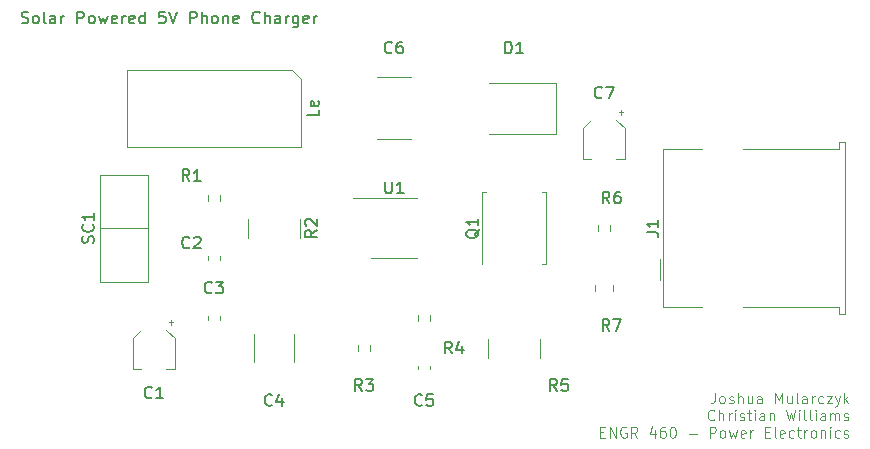
<source format=gbr>
%TF.GenerationSoftware,KiCad,Pcbnew,(6.0.4)*%
%TF.CreationDate,2022-04-25T19:14:18-07:00*%
%TF.ProjectId,SolarChargerV2,536f6c61-7243-4686-9172-67657256322e,rev?*%
%TF.SameCoordinates,Original*%
%TF.FileFunction,Legend,Top*%
%TF.FilePolarity,Positive*%
%FSLAX46Y46*%
G04 Gerber Fmt 4.6, Leading zero omitted, Abs format (unit mm)*
G04 Created by KiCad (PCBNEW (6.0.4)) date 2022-04-25 19:14:18*
%MOMM*%
%LPD*%
G01*
G04 APERTURE LIST*
%ADD10C,0.125000*%
%ADD11C,0.150000*%
%ADD12C,0.120000*%
G04 APERTURE END LIST*
D10*
X154168035Y-85053142D02*
X154168035Y-85696000D01*
X154125178Y-85824571D01*
X154039464Y-85910285D01*
X153910892Y-85953142D01*
X153825178Y-85953142D01*
X154725178Y-85953142D02*
X154639464Y-85910285D01*
X154596607Y-85867428D01*
X154553750Y-85781714D01*
X154553750Y-85524571D01*
X154596607Y-85438857D01*
X154639464Y-85396000D01*
X154725178Y-85353142D01*
X154853750Y-85353142D01*
X154939464Y-85396000D01*
X154982321Y-85438857D01*
X155025178Y-85524571D01*
X155025178Y-85781714D01*
X154982321Y-85867428D01*
X154939464Y-85910285D01*
X154853750Y-85953142D01*
X154725178Y-85953142D01*
X155368035Y-85910285D02*
X155453750Y-85953142D01*
X155625178Y-85953142D01*
X155710892Y-85910285D01*
X155753750Y-85824571D01*
X155753750Y-85781714D01*
X155710892Y-85696000D01*
X155625178Y-85653142D01*
X155496607Y-85653142D01*
X155410892Y-85610285D01*
X155368035Y-85524571D01*
X155368035Y-85481714D01*
X155410892Y-85396000D01*
X155496607Y-85353142D01*
X155625178Y-85353142D01*
X155710892Y-85396000D01*
X156139464Y-85953142D02*
X156139464Y-85053142D01*
X156525178Y-85953142D02*
X156525178Y-85481714D01*
X156482321Y-85396000D01*
X156396607Y-85353142D01*
X156268035Y-85353142D01*
X156182321Y-85396000D01*
X156139464Y-85438857D01*
X157339464Y-85353142D02*
X157339464Y-85953142D01*
X156953750Y-85353142D02*
X156953750Y-85824571D01*
X156996607Y-85910285D01*
X157082321Y-85953142D01*
X157210892Y-85953142D01*
X157296607Y-85910285D01*
X157339464Y-85867428D01*
X158153750Y-85953142D02*
X158153750Y-85481714D01*
X158110892Y-85396000D01*
X158025178Y-85353142D01*
X157853750Y-85353142D01*
X157768035Y-85396000D01*
X158153750Y-85910285D02*
X158068035Y-85953142D01*
X157853750Y-85953142D01*
X157768035Y-85910285D01*
X157725178Y-85824571D01*
X157725178Y-85738857D01*
X157768035Y-85653142D01*
X157853750Y-85610285D01*
X158068035Y-85610285D01*
X158153750Y-85567428D01*
X159268035Y-85953142D02*
X159268035Y-85053142D01*
X159568035Y-85696000D01*
X159868035Y-85053142D01*
X159868035Y-85953142D01*
X160682321Y-85353142D02*
X160682321Y-85953142D01*
X160296607Y-85353142D02*
X160296607Y-85824571D01*
X160339464Y-85910285D01*
X160425178Y-85953142D01*
X160553750Y-85953142D01*
X160639464Y-85910285D01*
X160682321Y-85867428D01*
X161239464Y-85953142D02*
X161153750Y-85910285D01*
X161110892Y-85824571D01*
X161110892Y-85053142D01*
X161968035Y-85953142D02*
X161968035Y-85481714D01*
X161925178Y-85396000D01*
X161839464Y-85353142D01*
X161668035Y-85353142D01*
X161582321Y-85396000D01*
X161968035Y-85910285D02*
X161882321Y-85953142D01*
X161668035Y-85953142D01*
X161582321Y-85910285D01*
X161539464Y-85824571D01*
X161539464Y-85738857D01*
X161582321Y-85653142D01*
X161668035Y-85610285D01*
X161882321Y-85610285D01*
X161968035Y-85567428D01*
X162396607Y-85953142D02*
X162396607Y-85353142D01*
X162396607Y-85524571D02*
X162439464Y-85438857D01*
X162482321Y-85396000D01*
X162568035Y-85353142D01*
X162653750Y-85353142D01*
X163339464Y-85910285D02*
X163253750Y-85953142D01*
X163082321Y-85953142D01*
X162996607Y-85910285D01*
X162953750Y-85867428D01*
X162910892Y-85781714D01*
X162910892Y-85524571D01*
X162953750Y-85438857D01*
X162996607Y-85396000D01*
X163082321Y-85353142D01*
X163253750Y-85353142D01*
X163339464Y-85396000D01*
X163639464Y-85353142D02*
X164110892Y-85353142D01*
X163639464Y-85953142D01*
X164110892Y-85953142D01*
X164368035Y-85353142D02*
X164582321Y-85953142D01*
X164796607Y-85353142D02*
X164582321Y-85953142D01*
X164496607Y-86167428D01*
X164453750Y-86210285D01*
X164368035Y-86253142D01*
X165139464Y-85953142D02*
X165139464Y-85053142D01*
X165225178Y-85610285D02*
X165482321Y-85953142D01*
X165482321Y-85353142D02*
X165139464Y-85696000D01*
X154125178Y-87316428D02*
X154082321Y-87359285D01*
X153953750Y-87402142D01*
X153868035Y-87402142D01*
X153739464Y-87359285D01*
X153653750Y-87273571D01*
X153610892Y-87187857D01*
X153568035Y-87016428D01*
X153568035Y-86887857D01*
X153610892Y-86716428D01*
X153653750Y-86630714D01*
X153739464Y-86545000D01*
X153868035Y-86502142D01*
X153953750Y-86502142D01*
X154082321Y-86545000D01*
X154125178Y-86587857D01*
X154510892Y-87402142D02*
X154510892Y-86502142D01*
X154896607Y-87402142D02*
X154896607Y-86930714D01*
X154853750Y-86845000D01*
X154768035Y-86802142D01*
X154639464Y-86802142D01*
X154553750Y-86845000D01*
X154510892Y-86887857D01*
X155325178Y-87402142D02*
X155325178Y-86802142D01*
X155325178Y-86973571D02*
X155368035Y-86887857D01*
X155410892Y-86845000D01*
X155496607Y-86802142D01*
X155582321Y-86802142D01*
X155882321Y-87402142D02*
X155882321Y-86802142D01*
X155882321Y-86502142D02*
X155839464Y-86545000D01*
X155882321Y-86587857D01*
X155925178Y-86545000D01*
X155882321Y-86502142D01*
X155882321Y-86587857D01*
X156268035Y-87359285D02*
X156353750Y-87402142D01*
X156525178Y-87402142D01*
X156610892Y-87359285D01*
X156653750Y-87273571D01*
X156653750Y-87230714D01*
X156610892Y-87145000D01*
X156525178Y-87102142D01*
X156396607Y-87102142D01*
X156310892Y-87059285D01*
X156268035Y-86973571D01*
X156268035Y-86930714D01*
X156310892Y-86845000D01*
X156396607Y-86802142D01*
X156525178Y-86802142D01*
X156610892Y-86845000D01*
X156910892Y-86802142D02*
X157253750Y-86802142D01*
X157039464Y-86502142D02*
X157039464Y-87273571D01*
X157082321Y-87359285D01*
X157168035Y-87402142D01*
X157253750Y-87402142D01*
X157553750Y-87402142D02*
X157553750Y-86802142D01*
X157553750Y-86502142D02*
X157510892Y-86545000D01*
X157553750Y-86587857D01*
X157596607Y-86545000D01*
X157553750Y-86502142D01*
X157553750Y-86587857D01*
X158368035Y-87402142D02*
X158368035Y-86930714D01*
X158325178Y-86845000D01*
X158239464Y-86802142D01*
X158068035Y-86802142D01*
X157982321Y-86845000D01*
X158368035Y-87359285D02*
X158282321Y-87402142D01*
X158068035Y-87402142D01*
X157982321Y-87359285D01*
X157939464Y-87273571D01*
X157939464Y-87187857D01*
X157982321Y-87102142D01*
X158068035Y-87059285D01*
X158282321Y-87059285D01*
X158368035Y-87016428D01*
X158796607Y-86802142D02*
X158796607Y-87402142D01*
X158796607Y-86887857D02*
X158839464Y-86845000D01*
X158925178Y-86802142D01*
X159053750Y-86802142D01*
X159139464Y-86845000D01*
X159182321Y-86930714D01*
X159182321Y-87402142D01*
X160210892Y-86502142D02*
X160425178Y-87402142D01*
X160596607Y-86759285D01*
X160768035Y-87402142D01*
X160982321Y-86502142D01*
X161325178Y-87402142D02*
X161325178Y-86802142D01*
X161325178Y-86502142D02*
X161282321Y-86545000D01*
X161325178Y-86587857D01*
X161368035Y-86545000D01*
X161325178Y-86502142D01*
X161325178Y-86587857D01*
X161882321Y-87402142D02*
X161796607Y-87359285D01*
X161753750Y-87273571D01*
X161753750Y-86502142D01*
X162353750Y-87402142D02*
X162268035Y-87359285D01*
X162225178Y-87273571D01*
X162225178Y-86502142D01*
X162696607Y-87402142D02*
X162696607Y-86802142D01*
X162696607Y-86502142D02*
X162653750Y-86545000D01*
X162696607Y-86587857D01*
X162739464Y-86545000D01*
X162696607Y-86502142D01*
X162696607Y-86587857D01*
X163510892Y-87402142D02*
X163510892Y-86930714D01*
X163468035Y-86845000D01*
X163382321Y-86802142D01*
X163210892Y-86802142D01*
X163125178Y-86845000D01*
X163510892Y-87359285D02*
X163425178Y-87402142D01*
X163210892Y-87402142D01*
X163125178Y-87359285D01*
X163082321Y-87273571D01*
X163082321Y-87187857D01*
X163125178Y-87102142D01*
X163210892Y-87059285D01*
X163425178Y-87059285D01*
X163510892Y-87016428D01*
X163939464Y-87402142D02*
X163939464Y-86802142D01*
X163939464Y-86887857D02*
X163982321Y-86845000D01*
X164068035Y-86802142D01*
X164196607Y-86802142D01*
X164282321Y-86845000D01*
X164325178Y-86930714D01*
X164325178Y-87402142D01*
X164325178Y-86930714D02*
X164368035Y-86845000D01*
X164453750Y-86802142D01*
X164582321Y-86802142D01*
X164668035Y-86845000D01*
X164710892Y-86930714D01*
X164710892Y-87402142D01*
X165096607Y-87359285D02*
X165182321Y-87402142D01*
X165353750Y-87402142D01*
X165439464Y-87359285D01*
X165482321Y-87273571D01*
X165482321Y-87230714D01*
X165439464Y-87145000D01*
X165353750Y-87102142D01*
X165225178Y-87102142D01*
X165139464Y-87059285D01*
X165096607Y-86973571D01*
X165096607Y-86930714D01*
X165139464Y-86845000D01*
X165225178Y-86802142D01*
X165353750Y-86802142D01*
X165439464Y-86845000D01*
X144439464Y-88379714D02*
X144739464Y-88379714D01*
X144868035Y-88851142D02*
X144439464Y-88851142D01*
X144439464Y-87951142D01*
X144868035Y-87951142D01*
X145253750Y-88851142D02*
X145253750Y-87951142D01*
X145768035Y-88851142D01*
X145768035Y-87951142D01*
X146668035Y-87994000D02*
X146582321Y-87951142D01*
X146453750Y-87951142D01*
X146325178Y-87994000D01*
X146239464Y-88079714D01*
X146196607Y-88165428D01*
X146153750Y-88336857D01*
X146153750Y-88465428D01*
X146196607Y-88636857D01*
X146239464Y-88722571D01*
X146325178Y-88808285D01*
X146453750Y-88851142D01*
X146539464Y-88851142D01*
X146668035Y-88808285D01*
X146710892Y-88765428D01*
X146710892Y-88465428D01*
X146539464Y-88465428D01*
X147610892Y-88851142D02*
X147310892Y-88422571D01*
X147096607Y-88851142D02*
X147096607Y-87951142D01*
X147439464Y-87951142D01*
X147525178Y-87994000D01*
X147568035Y-88036857D01*
X147610892Y-88122571D01*
X147610892Y-88251142D01*
X147568035Y-88336857D01*
X147525178Y-88379714D01*
X147439464Y-88422571D01*
X147096607Y-88422571D01*
X149068035Y-88251142D02*
X149068035Y-88851142D01*
X148853750Y-87908285D02*
X148639464Y-88551142D01*
X149196607Y-88551142D01*
X149925178Y-87951142D02*
X149753750Y-87951142D01*
X149668035Y-87994000D01*
X149625178Y-88036857D01*
X149539464Y-88165428D01*
X149496607Y-88336857D01*
X149496607Y-88679714D01*
X149539464Y-88765428D01*
X149582321Y-88808285D01*
X149668035Y-88851142D01*
X149839464Y-88851142D01*
X149925178Y-88808285D01*
X149968035Y-88765428D01*
X150010892Y-88679714D01*
X150010892Y-88465428D01*
X149968035Y-88379714D01*
X149925178Y-88336857D01*
X149839464Y-88294000D01*
X149668035Y-88294000D01*
X149582321Y-88336857D01*
X149539464Y-88379714D01*
X149496607Y-88465428D01*
X150568035Y-87951142D02*
X150653750Y-87951142D01*
X150739464Y-87994000D01*
X150782321Y-88036857D01*
X150825178Y-88122571D01*
X150868035Y-88294000D01*
X150868035Y-88508285D01*
X150825178Y-88679714D01*
X150782321Y-88765428D01*
X150739464Y-88808285D01*
X150653750Y-88851142D01*
X150568035Y-88851142D01*
X150482321Y-88808285D01*
X150439464Y-88765428D01*
X150396607Y-88679714D01*
X150353750Y-88508285D01*
X150353750Y-88294000D01*
X150396607Y-88122571D01*
X150439464Y-88036857D01*
X150482321Y-87994000D01*
X150568035Y-87951142D01*
X151939464Y-88508285D02*
X152625178Y-88508285D01*
X153739464Y-88851142D02*
X153739464Y-87951142D01*
X154082321Y-87951142D01*
X154168035Y-87994000D01*
X154210892Y-88036857D01*
X154253750Y-88122571D01*
X154253750Y-88251142D01*
X154210892Y-88336857D01*
X154168035Y-88379714D01*
X154082321Y-88422571D01*
X153739464Y-88422571D01*
X154768035Y-88851142D02*
X154682321Y-88808285D01*
X154639464Y-88765428D01*
X154596607Y-88679714D01*
X154596607Y-88422571D01*
X154639464Y-88336857D01*
X154682321Y-88294000D01*
X154768035Y-88251142D01*
X154896607Y-88251142D01*
X154982321Y-88294000D01*
X155025178Y-88336857D01*
X155068035Y-88422571D01*
X155068035Y-88679714D01*
X155025178Y-88765428D01*
X154982321Y-88808285D01*
X154896607Y-88851142D01*
X154768035Y-88851142D01*
X155368035Y-88251142D02*
X155539464Y-88851142D01*
X155710892Y-88422571D01*
X155882321Y-88851142D01*
X156053750Y-88251142D01*
X156739464Y-88808285D02*
X156653750Y-88851142D01*
X156482321Y-88851142D01*
X156396607Y-88808285D01*
X156353750Y-88722571D01*
X156353750Y-88379714D01*
X156396607Y-88294000D01*
X156482321Y-88251142D01*
X156653750Y-88251142D01*
X156739464Y-88294000D01*
X156782321Y-88379714D01*
X156782321Y-88465428D01*
X156353750Y-88551142D01*
X157168035Y-88851142D02*
X157168035Y-88251142D01*
X157168035Y-88422571D02*
X157210892Y-88336857D01*
X157253750Y-88294000D01*
X157339464Y-88251142D01*
X157425178Y-88251142D01*
X158410892Y-88379714D02*
X158710892Y-88379714D01*
X158839464Y-88851142D02*
X158410892Y-88851142D01*
X158410892Y-87951142D01*
X158839464Y-87951142D01*
X159353750Y-88851142D02*
X159268035Y-88808285D01*
X159225178Y-88722571D01*
X159225178Y-87951142D01*
X160039464Y-88808285D02*
X159953750Y-88851142D01*
X159782321Y-88851142D01*
X159696607Y-88808285D01*
X159653750Y-88722571D01*
X159653750Y-88379714D01*
X159696607Y-88294000D01*
X159782321Y-88251142D01*
X159953750Y-88251142D01*
X160039464Y-88294000D01*
X160082321Y-88379714D01*
X160082321Y-88465428D01*
X159653750Y-88551142D01*
X160853750Y-88808285D02*
X160768035Y-88851142D01*
X160596607Y-88851142D01*
X160510892Y-88808285D01*
X160468035Y-88765428D01*
X160425178Y-88679714D01*
X160425178Y-88422571D01*
X160468035Y-88336857D01*
X160510892Y-88294000D01*
X160596607Y-88251142D01*
X160768035Y-88251142D01*
X160853750Y-88294000D01*
X161110892Y-88251142D02*
X161453750Y-88251142D01*
X161239464Y-87951142D02*
X161239464Y-88722571D01*
X161282321Y-88808285D01*
X161368035Y-88851142D01*
X161453750Y-88851142D01*
X161753750Y-88851142D02*
X161753750Y-88251142D01*
X161753750Y-88422571D02*
X161796607Y-88336857D01*
X161839464Y-88294000D01*
X161925178Y-88251142D01*
X162010892Y-88251142D01*
X162439464Y-88851142D02*
X162353750Y-88808285D01*
X162310892Y-88765428D01*
X162268035Y-88679714D01*
X162268035Y-88422571D01*
X162310892Y-88336857D01*
X162353750Y-88294000D01*
X162439464Y-88251142D01*
X162568035Y-88251142D01*
X162653750Y-88294000D01*
X162696607Y-88336857D01*
X162739464Y-88422571D01*
X162739464Y-88679714D01*
X162696607Y-88765428D01*
X162653750Y-88808285D01*
X162568035Y-88851142D01*
X162439464Y-88851142D01*
X163125178Y-88251142D02*
X163125178Y-88851142D01*
X163125178Y-88336857D02*
X163168035Y-88294000D01*
X163253750Y-88251142D01*
X163382321Y-88251142D01*
X163468035Y-88294000D01*
X163510892Y-88379714D01*
X163510892Y-88851142D01*
X163939464Y-88851142D02*
X163939464Y-88251142D01*
X163939464Y-87951142D02*
X163896607Y-87994000D01*
X163939464Y-88036857D01*
X163982321Y-87994000D01*
X163939464Y-87951142D01*
X163939464Y-88036857D01*
X164753750Y-88808285D02*
X164668035Y-88851142D01*
X164496607Y-88851142D01*
X164410892Y-88808285D01*
X164368035Y-88765428D01*
X164325178Y-88679714D01*
X164325178Y-88422571D01*
X164368035Y-88336857D01*
X164410892Y-88294000D01*
X164496607Y-88251142D01*
X164668035Y-88251142D01*
X164753750Y-88294000D01*
X165096607Y-88808285D02*
X165182321Y-88851142D01*
X165353750Y-88851142D01*
X165439464Y-88808285D01*
X165482321Y-88722571D01*
X165482321Y-88679714D01*
X165439464Y-88594000D01*
X165353750Y-88551142D01*
X165225178Y-88551142D01*
X165139464Y-88508285D01*
X165096607Y-88422571D01*
X165096607Y-88379714D01*
X165139464Y-88294000D01*
X165225178Y-88251142D01*
X165353750Y-88251142D01*
X165439464Y-88294000D01*
D11*
X95473809Y-53744761D02*
X95616666Y-53792380D01*
X95854761Y-53792380D01*
X95950000Y-53744761D01*
X95997619Y-53697142D01*
X96045238Y-53601904D01*
X96045238Y-53506666D01*
X95997619Y-53411428D01*
X95950000Y-53363809D01*
X95854761Y-53316190D01*
X95664285Y-53268571D01*
X95569047Y-53220952D01*
X95521428Y-53173333D01*
X95473809Y-53078095D01*
X95473809Y-52982857D01*
X95521428Y-52887619D01*
X95569047Y-52840000D01*
X95664285Y-52792380D01*
X95902380Y-52792380D01*
X96045238Y-52840000D01*
X96616666Y-53792380D02*
X96521428Y-53744761D01*
X96473809Y-53697142D01*
X96426190Y-53601904D01*
X96426190Y-53316190D01*
X96473809Y-53220952D01*
X96521428Y-53173333D01*
X96616666Y-53125714D01*
X96759523Y-53125714D01*
X96854761Y-53173333D01*
X96902380Y-53220952D01*
X96950000Y-53316190D01*
X96950000Y-53601904D01*
X96902380Y-53697142D01*
X96854761Y-53744761D01*
X96759523Y-53792380D01*
X96616666Y-53792380D01*
X97521428Y-53792380D02*
X97426190Y-53744761D01*
X97378571Y-53649523D01*
X97378571Y-52792380D01*
X98330952Y-53792380D02*
X98330952Y-53268571D01*
X98283333Y-53173333D01*
X98188095Y-53125714D01*
X97997619Y-53125714D01*
X97902380Y-53173333D01*
X98330952Y-53744761D02*
X98235714Y-53792380D01*
X97997619Y-53792380D01*
X97902380Y-53744761D01*
X97854761Y-53649523D01*
X97854761Y-53554285D01*
X97902380Y-53459047D01*
X97997619Y-53411428D01*
X98235714Y-53411428D01*
X98330952Y-53363809D01*
X98807142Y-53792380D02*
X98807142Y-53125714D01*
X98807142Y-53316190D02*
X98854761Y-53220952D01*
X98902380Y-53173333D01*
X98997619Y-53125714D01*
X99092857Y-53125714D01*
X100188095Y-53792380D02*
X100188095Y-52792380D01*
X100569047Y-52792380D01*
X100664285Y-52840000D01*
X100711904Y-52887619D01*
X100759523Y-52982857D01*
X100759523Y-53125714D01*
X100711904Y-53220952D01*
X100664285Y-53268571D01*
X100569047Y-53316190D01*
X100188095Y-53316190D01*
X101330952Y-53792380D02*
X101235714Y-53744761D01*
X101188095Y-53697142D01*
X101140476Y-53601904D01*
X101140476Y-53316190D01*
X101188095Y-53220952D01*
X101235714Y-53173333D01*
X101330952Y-53125714D01*
X101473809Y-53125714D01*
X101569047Y-53173333D01*
X101616666Y-53220952D01*
X101664285Y-53316190D01*
X101664285Y-53601904D01*
X101616666Y-53697142D01*
X101569047Y-53744761D01*
X101473809Y-53792380D01*
X101330952Y-53792380D01*
X101997619Y-53125714D02*
X102188095Y-53792380D01*
X102378571Y-53316190D01*
X102569047Y-53792380D01*
X102759523Y-53125714D01*
X103521428Y-53744761D02*
X103426190Y-53792380D01*
X103235714Y-53792380D01*
X103140476Y-53744761D01*
X103092857Y-53649523D01*
X103092857Y-53268571D01*
X103140476Y-53173333D01*
X103235714Y-53125714D01*
X103426190Y-53125714D01*
X103521428Y-53173333D01*
X103569047Y-53268571D01*
X103569047Y-53363809D01*
X103092857Y-53459047D01*
X103997619Y-53792380D02*
X103997619Y-53125714D01*
X103997619Y-53316190D02*
X104045238Y-53220952D01*
X104092857Y-53173333D01*
X104188095Y-53125714D01*
X104283333Y-53125714D01*
X104997619Y-53744761D02*
X104902380Y-53792380D01*
X104711904Y-53792380D01*
X104616666Y-53744761D01*
X104569047Y-53649523D01*
X104569047Y-53268571D01*
X104616666Y-53173333D01*
X104711904Y-53125714D01*
X104902380Y-53125714D01*
X104997619Y-53173333D01*
X105045238Y-53268571D01*
X105045238Y-53363809D01*
X104569047Y-53459047D01*
X105902380Y-53792380D02*
X105902380Y-52792380D01*
X105902380Y-53744761D02*
X105807142Y-53792380D01*
X105616666Y-53792380D01*
X105521428Y-53744761D01*
X105473809Y-53697142D01*
X105426190Y-53601904D01*
X105426190Y-53316190D01*
X105473809Y-53220952D01*
X105521428Y-53173333D01*
X105616666Y-53125714D01*
X105807142Y-53125714D01*
X105902380Y-53173333D01*
X107616666Y-52792380D02*
X107140476Y-52792380D01*
X107092857Y-53268571D01*
X107140476Y-53220952D01*
X107235714Y-53173333D01*
X107473809Y-53173333D01*
X107569047Y-53220952D01*
X107616666Y-53268571D01*
X107664285Y-53363809D01*
X107664285Y-53601904D01*
X107616666Y-53697142D01*
X107569047Y-53744761D01*
X107473809Y-53792380D01*
X107235714Y-53792380D01*
X107140476Y-53744761D01*
X107092857Y-53697142D01*
X107950000Y-52792380D02*
X108283333Y-53792380D01*
X108616666Y-52792380D01*
X109711904Y-53792380D02*
X109711904Y-52792380D01*
X110092857Y-52792380D01*
X110188095Y-52840000D01*
X110235714Y-52887619D01*
X110283333Y-52982857D01*
X110283333Y-53125714D01*
X110235714Y-53220952D01*
X110188095Y-53268571D01*
X110092857Y-53316190D01*
X109711904Y-53316190D01*
X110711904Y-53792380D02*
X110711904Y-52792380D01*
X111140476Y-53792380D02*
X111140476Y-53268571D01*
X111092857Y-53173333D01*
X110997619Y-53125714D01*
X110854761Y-53125714D01*
X110759523Y-53173333D01*
X110711904Y-53220952D01*
X111759523Y-53792380D02*
X111664285Y-53744761D01*
X111616666Y-53697142D01*
X111569047Y-53601904D01*
X111569047Y-53316190D01*
X111616666Y-53220952D01*
X111664285Y-53173333D01*
X111759523Y-53125714D01*
X111902380Y-53125714D01*
X111997619Y-53173333D01*
X112045238Y-53220952D01*
X112092857Y-53316190D01*
X112092857Y-53601904D01*
X112045238Y-53697142D01*
X111997619Y-53744761D01*
X111902380Y-53792380D01*
X111759523Y-53792380D01*
X112521428Y-53125714D02*
X112521428Y-53792380D01*
X112521428Y-53220952D02*
X112569047Y-53173333D01*
X112664285Y-53125714D01*
X112807142Y-53125714D01*
X112902380Y-53173333D01*
X112950000Y-53268571D01*
X112950000Y-53792380D01*
X113807142Y-53744761D02*
X113711904Y-53792380D01*
X113521428Y-53792380D01*
X113426190Y-53744761D01*
X113378571Y-53649523D01*
X113378571Y-53268571D01*
X113426190Y-53173333D01*
X113521428Y-53125714D01*
X113711904Y-53125714D01*
X113807142Y-53173333D01*
X113854761Y-53268571D01*
X113854761Y-53363809D01*
X113378571Y-53459047D01*
X115616666Y-53697142D02*
X115569047Y-53744761D01*
X115426190Y-53792380D01*
X115330952Y-53792380D01*
X115188095Y-53744761D01*
X115092857Y-53649523D01*
X115045238Y-53554285D01*
X114997619Y-53363809D01*
X114997619Y-53220952D01*
X115045238Y-53030476D01*
X115092857Y-52935238D01*
X115188095Y-52840000D01*
X115330952Y-52792380D01*
X115426190Y-52792380D01*
X115569047Y-52840000D01*
X115616666Y-52887619D01*
X116045238Y-53792380D02*
X116045238Y-52792380D01*
X116473809Y-53792380D02*
X116473809Y-53268571D01*
X116426190Y-53173333D01*
X116330952Y-53125714D01*
X116188095Y-53125714D01*
X116092857Y-53173333D01*
X116045238Y-53220952D01*
X117378571Y-53792380D02*
X117378571Y-53268571D01*
X117330952Y-53173333D01*
X117235714Y-53125714D01*
X117045238Y-53125714D01*
X116949999Y-53173333D01*
X117378571Y-53744761D02*
X117283333Y-53792380D01*
X117045238Y-53792380D01*
X116949999Y-53744761D01*
X116902380Y-53649523D01*
X116902380Y-53554285D01*
X116949999Y-53459047D01*
X117045238Y-53411428D01*
X117283333Y-53411428D01*
X117378571Y-53363809D01*
X117854761Y-53792380D02*
X117854761Y-53125714D01*
X117854761Y-53316190D02*
X117902380Y-53220952D01*
X117949999Y-53173333D01*
X118045238Y-53125714D01*
X118140476Y-53125714D01*
X118902380Y-53125714D02*
X118902380Y-53935238D01*
X118854761Y-54030476D01*
X118807142Y-54078095D01*
X118711904Y-54125714D01*
X118569047Y-54125714D01*
X118473809Y-54078095D01*
X118902380Y-53744761D02*
X118807142Y-53792380D01*
X118616666Y-53792380D01*
X118521428Y-53744761D01*
X118473809Y-53697142D01*
X118426190Y-53601904D01*
X118426190Y-53316190D01*
X118473809Y-53220952D01*
X118521428Y-53173333D01*
X118616666Y-53125714D01*
X118807142Y-53125714D01*
X118902380Y-53173333D01*
X119759523Y-53744761D02*
X119664285Y-53792380D01*
X119473809Y-53792380D01*
X119378571Y-53744761D01*
X119330952Y-53649523D01*
X119330952Y-53268571D01*
X119378571Y-53173333D01*
X119473809Y-53125714D01*
X119664285Y-53125714D01*
X119759523Y-53173333D01*
X119807142Y-53268571D01*
X119807142Y-53363809D01*
X119330952Y-53459047D01*
X120235714Y-53792380D02*
X120235714Y-53125714D01*
X120235714Y-53316190D02*
X120283333Y-53220952D01*
X120330952Y-53173333D01*
X120426190Y-53125714D01*
X120521428Y-53125714D01*
%TO.C,Le*%
X120612380Y-61079047D02*
X120612380Y-61555238D01*
X119612380Y-61555238D01*
X120564761Y-60364761D02*
X120612380Y-60460000D01*
X120612380Y-60650476D01*
X120564761Y-60745714D01*
X120469523Y-60793333D01*
X120088571Y-60793333D01*
X119993333Y-60745714D01*
X119945714Y-60650476D01*
X119945714Y-60460000D01*
X119993333Y-60364761D01*
X120088571Y-60317142D01*
X120183809Y-60317142D01*
X120279047Y-60793333D01*
%TO.C,C7*%
X144613333Y-60047142D02*
X144565714Y-60094761D01*
X144422857Y-60142380D01*
X144327619Y-60142380D01*
X144184761Y-60094761D01*
X144089523Y-59999523D01*
X144041904Y-59904285D01*
X143994285Y-59713809D01*
X143994285Y-59570952D01*
X144041904Y-59380476D01*
X144089523Y-59285238D01*
X144184761Y-59190000D01*
X144327619Y-59142380D01*
X144422857Y-59142380D01*
X144565714Y-59190000D01*
X144613333Y-59237619D01*
X144946666Y-59142380D02*
X145613333Y-59142380D01*
X145184761Y-60142380D01*
%TO.C,C1*%
X106513333Y-85447142D02*
X106465714Y-85494761D01*
X106322857Y-85542380D01*
X106227619Y-85542380D01*
X106084761Y-85494761D01*
X105989523Y-85399523D01*
X105941904Y-85304285D01*
X105894285Y-85113809D01*
X105894285Y-84970952D01*
X105941904Y-84780476D01*
X105989523Y-84685238D01*
X106084761Y-84590000D01*
X106227619Y-84542380D01*
X106322857Y-84542380D01*
X106465714Y-84590000D01*
X106513333Y-84637619D01*
X107465714Y-85542380D02*
X106894285Y-85542380D01*
X107180000Y-85542380D02*
X107180000Y-84542380D01*
X107084761Y-84685238D01*
X106989523Y-84780476D01*
X106894285Y-84828095D01*
%TO.C,C5*%
X129373333Y-86082142D02*
X129325714Y-86129761D01*
X129182857Y-86177380D01*
X129087619Y-86177380D01*
X128944761Y-86129761D01*
X128849523Y-86034523D01*
X128801904Y-85939285D01*
X128754285Y-85748809D01*
X128754285Y-85605952D01*
X128801904Y-85415476D01*
X128849523Y-85320238D01*
X128944761Y-85225000D01*
X129087619Y-85177380D01*
X129182857Y-85177380D01*
X129325714Y-85225000D01*
X129373333Y-85272619D01*
X130278095Y-85177380D02*
X129801904Y-85177380D01*
X129754285Y-85653571D01*
X129801904Y-85605952D01*
X129897142Y-85558333D01*
X130135238Y-85558333D01*
X130230476Y-85605952D01*
X130278095Y-85653571D01*
X130325714Y-85748809D01*
X130325714Y-85986904D01*
X130278095Y-86082142D01*
X130230476Y-86129761D01*
X130135238Y-86177380D01*
X129897142Y-86177380D01*
X129801904Y-86129761D01*
X129754285Y-86082142D01*
%TO.C,C3*%
X111593333Y-76557142D02*
X111545714Y-76604761D01*
X111402857Y-76652380D01*
X111307619Y-76652380D01*
X111164761Y-76604761D01*
X111069523Y-76509523D01*
X111021904Y-76414285D01*
X110974285Y-76223809D01*
X110974285Y-76080952D01*
X111021904Y-75890476D01*
X111069523Y-75795238D01*
X111164761Y-75700000D01*
X111307619Y-75652380D01*
X111402857Y-75652380D01*
X111545714Y-75700000D01*
X111593333Y-75747619D01*
X111926666Y-75652380D02*
X112545714Y-75652380D01*
X112212380Y-76033333D01*
X112355238Y-76033333D01*
X112450476Y-76080952D01*
X112498095Y-76128571D01*
X112545714Y-76223809D01*
X112545714Y-76461904D01*
X112498095Y-76557142D01*
X112450476Y-76604761D01*
X112355238Y-76652380D01*
X112069523Y-76652380D01*
X111974285Y-76604761D01*
X111926666Y-76557142D01*
%TO.C,C2*%
X109688333Y-72747142D02*
X109640714Y-72794761D01*
X109497857Y-72842380D01*
X109402619Y-72842380D01*
X109259761Y-72794761D01*
X109164523Y-72699523D01*
X109116904Y-72604285D01*
X109069285Y-72413809D01*
X109069285Y-72270952D01*
X109116904Y-72080476D01*
X109164523Y-71985238D01*
X109259761Y-71890000D01*
X109402619Y-71842380D01*
X109497857Y-71842380D01*
X109640714Y-71890000D01*
X109688333Y-71937619D01*
X110069285Y-71937619D02*
X110116904Y-71890000D01*
X110212142Y-71842380D01*
X110450238Y-71842380D01*
X110545476Y-71890000D01*
X110593095Y-71937619D01*
X110640714Y-72032857D01*
X110640714Y-72128095D01*
X110593095Y-72270952D01*
X110021666Y-72842380D01*
X110640714Y-72842380D01*
%TO.C,C4*%
X116673333Y-86082142D02*
X116625714Y-86129761D01*
X116482857Y-86177380D01*
X116387619Y-86177380D01*
X116244761Y-86129761D01*
X116149523Y-86034523D01*
X116101904Y-85939285D01*
X116054285Y-85748809D01*
X116054285Y-85605952D01*
X116101904Y-85415476D01*
X116149523Y-85320238D01*
X116244761Y-85225000D01*
X116387619Y-85177380D01*
X116482857Y-85177380D01*
X116625714Y-85225000D01*
X116673333Y-85272619D01*
X117530476Y-85510714D02*
X117530476Y-86177380D01*
X117292380Y-85129761D02*
X117054285Y-85844047D01*
X117673333Y-85844047D01*
%TO.C,C6*%
X126833333Y-56237142D02*
X126785714Y-56284761D01*
X126642857Y-56332380D01*
X126547619Y-56332380D01*
X126404761Y-56284761D01*
X126309523Y-56189523D01*
X126261904Y-56094285D01*
X126214285Y-55903809D01*
X126214285Y-55760952D01*
X126261904Y-55570476D01*
X126309523Y-55475238D01*
X126404761Y-55380000D01*
X126547619Y-55332380D01*
X126642857Y-55332380D01*
X126785714Y-55380000D01*
X126833333Y-55427619D01*
X127690476Y-55332380D02*
X127500000Y-55332380D01*
X127404761Y-55380000D01*
X127357142Y-55427619D01*
X127261904Y-55570476D01*
X127214285Y-55760952D01*
X127214285Y-56141904D01*
X127261904Y-56237142D01*
X127309523Y-56284761D01*
X127404761Y-56332380D01*
X127595238Y-56332380D01*
X127690476Y-56284761D01*
X127738095Y-56237142D01*
X127785714Y-56141904D01*
X127785714Y-55903809D01*
X127738095Y-55808571D01*
X127690476Y-55760952D01*
X127595238Y-55713333D01*
X127404761Y-55713333D01*
X127309523Y-55760952D01*
X127261904Y-55808571D01*
X127214285Y-55903809D01*
%TO.C,J1*%
X148382380Y-71453333D02*
X149096666Y-71453333D01*
X149239523Y-71500952D01*
X149334761Y-71596190D01*
X149382380Y-71739047D01*
X149382380Y-71834285D01*
X149382380Y-70453333D02*
X149382380Y-71024761D01*
X149382380Y-70739047D02*
X148382380Y-70739047D01*
X148525238Y-70834285D01*
X148620476Y-70929523D01*
X148668095Y-71024761D01*
%TO.C,D1*%
X136421904Y-56332380D02*
X136421904Y-55332380D01*
X136660000Y-55332380D01*
X136802857Y-55380000D01*
X136898095Y-55475238D01*
X136945714Y-55570476D01*
X136993333Y-55760952D01*
X136993333Y-55903809D01*
X136945714Y-56094285D01*
X136898095Y-56189523D01*
X136802857Y-56284761D01*
X136660000Y-56332380D01*
X136421904Y-56332380D01*
X137945714Y-56332380D02*
X137374285Y-56332380D01*
X137660000Y-56332380D02*
X137660000Y-55332380D01*
X137564761Y-55475238D01*
X137469523Y-55570476D01*
X137374285Y-55618095D01*
%TO.C,U1*%
X126238095Y-67172380D02*
X126238095Y-67981904D01*
X126285714Y-68077142D01*
X126333333Y-68124761D01*
X126428571Y-68172380D01*
X126619047Y-68172380D01*
X126714285Y-68124761D01*
X126761904Y-68077142D01*
X126809523Y-67981904D01*
X126809523Y-67172380D01*
X127809523Y-68172380D02*
X127238095Y-68172380D01*
X127523809Y-68172380D02*
X127523809Y-67172380D01*
X127428571Y-67315238D01*
X127333333Y-67410476D01*
X127238095Y-67458095D01*
%TO.C,Q1*%
X134207619Y-71215238D02*
X134160000Y-71310476D01*
X134064761Y-71405714D01*
X133921904Y-71548571D01*
X133874285Y-71643809D01*
X133874285Y-71739047D01*
X134112380Y-71691428D02*
X134064761Y-71786666D01*
X133969523Y-71881904D01*
X133779047Y-71929523D01*
X133445714Y-71929523D01*
X133255238Y-71881904D01*
X133160000Y-71786666D01*
X133112380Y-71691428D01*
X133112380Y-71500952D01*
X133160000Y-71405714D01*
X133255238Y-71310476D01*
X133445714Y-71262857D01*
X133779047Y-71262857D01*
X133969523Y-71310476D01*
X134064761Y-71405714D01*
X134112380Y-71500952D01*
X134112380Y-71691428D01*
X134112380Y-70310476D02*
X134112380Y-70881904D01*
X134112380Y-70596190D02*
X133112380Y-70596190D01*
X133255238Y-70691428D01*
X133350476Y-70786666D01*
X133398095Y-70881904D01*
%TO.C,R6*%
X145248333Y-69032380D02*
X144915000Y-68556190D01*
X144676904Y-69032380D02*
X144676904Y-68032380D01*
X145057857Y-68032380D01*
X145153095Y-68080000D01*
X145200714Y-68127619D01*
X145248333Y-68222857D01*
X145248333Y-68365714D01*
X145200714Y-68460952D01*
X145153095Y-68508571D01*
X145057857Y-68556190D01*
X144676904Y-68556190D01*
X146105476Y-68032380D02*
X145915000Y-68032380D01*
X145819761Y-68080000D01*
X145772142Y-68127619D01*
X145676904Y-68270476D01*
X145629285Y-68460952D01*
X145629285Y-68841904D01*
X145676904Y-68937142D01*
X145724523Y-68984761D01*
X145819761Y-69032380D01*
X146010238Y-69032380D01*
X146105476Y-68984761D01*
X146153095Y-68937142D01*
X146200714Y-68841904D01*
X146200714Y-68603809D01*
X146153095Y-68508571D01*
X146105476Y-68460952D01*
X146010238Y-68413333D01*
X145819761Y-68413333D01*
X145724523Y-68460952D01*
X145676904Y-68508571D01*
X145629285Y-68603809D01*
%TO.C,R4*%
X131913333Y-81732380D02*
X131580000Y-81256190D01*
X131341904Y-81732380D02*
X131341904Y-80732380D01*
X131722857Y-80732380D01*
X131818095Y-80780000D01*
X131865714Y-80827619D01*
X131913333Y-80922857D01*
X131913333Y-81065714D01*
X131865714Y-81160952D01*
X131818095Y-81208571D01*
X131722857Y-81256190D01*
X131341904Y-81256190D01*
X132770476Y-81065714D02*
X132770476Y-81732380D01*
X132532380Y-80684761D02*
X132294285Y-81399047D01*
X132913333Y-81399047D01*
%TO.C,R3*%
X124293333Y-84907380D02*
X123960000Y-84431190D01*
X123721904Y-84907380D02*
X123721904Y-83907380D01*
X124102857Y-83907380D01*
X124198095Y-83955000D01*
X124245714Y-84002619D01*
X124293333Y-84097857D01*
X124293333Y-84240714D01*
X124245714Y-84335952D01*
X124198095Y-84383571D01*
X124102857Y-84431190D01*
X123721904Y-84431190D01*
X124626666Y-83907380D02*
X125245714Y-83907380D01*
X124912380Y-84288333D01*
X125055238Y-84288333D01*
X125150476Y-84335952D01*
X125198095Y-84383571D01*
X125245714Y-84478809D01*
X125245714Y-84716904D01*
X125198095Y-84812142D01*
X125150476Y-84859761D01*
X125055238Y-84907380D01*
X124769523Y-84907380D01*
X124674285Y-84859761D01*
X124626666Y-84812142D01*
%TO.C,R1*%
X109688333Y-67127380D02*
X109355000Y-66651190D01*
X109116904Y-67127380D02*
X109116904Y-66127380D01*
X109497857Y-66127380D01*
X109593095Y-66175000D01*
X109640714Y-66222619D01*
X109688333Y-66317857D01*
X109688333Y-66460714D01*
X109640714Y-66555952D01*
X109593095Y-66603571D01*
X109497857Y-66651190D01*
X109116904Y-66651190D01*
X110640714Y-67127380D02*
X110069285Y-67127380D01*
X110355000Y-67127380D02*
X110355000Y-66127380D01*
X110259761Y-66270238D01*
X110164523Y-66365476D01*
X110069285Y-66413095D01*
%TO.C,R7*%
X145248333Y-79827380D02*
X144915000Y-79351190D01*
X144676904Y-79827380D02*
X144676904Y-78827380D01*
X145057857Y-78827380D01*
X145153095Y-78875000D01*
X145200714Y-78922619D01*
X145248333Y-79017857D01*
X145248333Y-79160714D01*
X145200714Y-79255952D01*
X145153095Y-79303571D01*
X145057857Y-79351190D01*
X144676904Y-79351190D01*
X145581666Y-78827380D02*
X146248333Y-78827380D01*
X145819761Y-79827380D01*
%TO.C,R5*%
X140803333Y-84907380D02*
X140470000Y-84431190D01*
X140231904Y-84907380D02*
X140231904Y-83907380D01*
X140612857Y-83907380D01*
X140708095Y-83955000D01*
X140755714Y-84002619D01*
X140803333Y-84097857D01*
X140803333Y-84240714D01*
X140755714Y-84335952D01*
X140708095Y-84383571D01*
X140612857Y-84431190D01*
X140231904Y-84431190D01*
X141708095Y-83907380D02*
X141231904Y-83907380D01*
X141184285Y-84383571D01*
X141231904Y-84335952D01*
X141327142Y-84288333D01*
X141565238Y-84288333D01*
X141660476Y-84335952D01*
X141708095Y-84383571D01*
X141755714Y-84478809D01*
X141755714Y-84716904D01*
X141708095Y-84812142D01*
X141660476Y-84859761D01*
X141565238Y-84907380D01*
X141327142Y-84907380D01*
X141231904Y-84859761D01*
X141184285Y-84812142D01*
%TO.C,R2*%
X120472380Y-71286666D02*
X119996190Y-71620000D01*
X120472380Y-71858095D02*
X119472380Y-71858095D01*
X119472380Y-71477142D01*
X119520000Y-71381904D01*
X119567619Y-71334285D01*
X119662857Y-71286666D01*
X119805714Y-71286666D01*
X119900952Y-71334285D01*
X119948571Y-71381904D01*
X119996190Y-71477142D01*
X119996190Y-71858095D01*
X119567619Y-70905714D02*
X119520000Y-70858095D01*
X119472380Y-70762857D01*
X119472380Y-70524761D01*
X119520000Y-70429523D01*
X119567619Y-70381904D01*
X119662857Y-70334285D01*
X119758095Y-70334285D01*
X119900952Y-70381904D01*
X120472380Y-70953333D01*
X120472380Y-70334285D01*
%TO.C,SC1*%
X101544761Y-72381904D02*
X101592380Y-72239047D01*
X101592380Y-72000952D01*
X101544761Y-71905714D01*
X101497142Y-71858095D01*
X101401904Y-71810476D01*
X101306666Y-71810476D01*
X101211428Y-71858095D01*
X101163809Y-71905714D01*
X101116190Y-72000952D01*
X101068571Y-72191428D01*
X101020952Y-72286666D01*
X100973333Y-72334285D01*
X100878095Y-72381904D01*
X100782857Y-72381904D01*
X100687619Y-72334285D01*
X100640000Y-72286666D01*
X100592380Y-72191428D01*
X100592380Y-71953333D01*
X100640000Y-71810476D01*
X101497142Y-70810476D02*
X101544761Y-70858095D01*
X101592380Y-71000952D01*
X101592380Y-71096190D01*
X101544761Y-71239047D01*
X101449523Y-71334285D01*
X101354285Y-71381904D01*
X101163809Y-71429523D01*
X101020952Y-71429523D01*
X100830476Y-71381904D01*
X100735238Y-71334285D01*
X100640000Y-71239047D01*
X100592380Y-71096190D01*
X100592380Y-71000952D01*
X100640000Y-70858095D01*
X100687619Y-70810476D01*
X101592380Y-69858095D02*
X101592380Y-70429523D01*
X101592380Y-70143809D02*
X100592380Y-70143809D01*
X100735238Y-70239047D01*
X100830476Y-70334285D01*
X100878095Y-70429523D01*
D12*
%TO.C,Le*%
X119160000Y-58510000D02*
X119160000Y-64210000D01*
X118360000Y-57710000D02*
X119160000Y-58510000D01*
X104360000Y-57710000D02*
X118360000Y-57710000D01*
X119160000Y-64210000D02*
X104360000Y-64210000D01*
X104360000Y-64210000D02*
X104360000Y-57710000D01*
%TO.C,C7*%
X145840000Y-61929437D02*
X146540000Y-62629437D01*
X146215000Y-61125000D02*
X146215000Y-61500000D01*
X146540000Y-65260000D02*
X145840000Y-65260000D01*
X146540000Y-62629437D02*
X146540000Y-65260000D01*
X143720000Y-61929437D02*
X143020000Y-62629437D01*
X146402500Y-61312500D02*
X146027500Y-61312500D01*
X143020000Y-65260000D02*
X143720000Y-65260000D01*
X143020000Y-62629437D02*
X143020000Y-65260000D01*
%TO.C,C1*%
X104920000Y-80409437D02*
X104920000Y-83040000D01*
X104920000Y-83040000D02*
X105620000Y-83040000D01*
X108302500Y-79092500D02*
X107927500Y-79092500D01*
X105620000Y-79709437D02*
X104920000Y-80409437D01*
X108440000Y-80409437D02*
X108440000Y-83040000D01*
X108440000Y-83040000D02*
X107740000Y-83040000D01*
X108115000Y-78905000D02*
X108115000Y-79280000D01*
X107740000Y-79709437D02*
X108440000Y-80409437D01*
%TO.C,C5*%
X129030000Y-82761233D02*
X129030000Y-83053767D01*
X130050000Y-82761233D02*
X130050000Y-83053767D01*
%TO.C,C3*%
X112270000Y-78593733D02*
X112270000Y-78886267D01*
X111250000Y-78593733D02*
X111250000Y-78886267D01*
%TO.C,C2*%
X111250000Y-73513733D02*
X111250000Y-73806267D01*
X112270000Y-73513733D02*
X112270000Y-73806267D01*
%TO.C,C4*%
X118550000Y-80118748D02*
X118550000Y-82441252D01*
X115130000Y-80118748D02*
X115130000Y-82441252D01*
%TO.C,C6*%
X125584252Y-63570000D02*
X128415748Y-63570000D01*
X125584252Y-58350000D02*
X128415748Y-58350000D01*
%TO.C,J1*%
X149740000Y-77780000D02*
X153070000Y-77780000D01*
X165220000Y-78430000D02*
X165220000Y-63810000D01*
X156590000Y-64460000D02*
X164700000Y-64460000D01*
X164700000Y-78430000D02*
X165220000Y-78430000D01*
X164700000Y-63810000D02*
X164700000Y-64460000D01*
X165220000Y-63810000D02*
X164700000Y-63810000D01*
X149740000Y-77780000D02*
X149740000Y-64460000D01*
X164700000Y-77780000D02*
X164700000Y-78430000D01*
X149520000Y-75520000D02*
X149520000Y-73720000D01*
X164700000Y-77780000D02*
X156590000Y-77780000D01*
X149740000Y-64460000D02*
X153070000Y-64460000D01*
%TO.C,D1*%
X140710000Y-58810000D02*
X135010000Y-58810000D01*
X140710000Y-63110000D02*
X140710000Y-58810000D01*
X140710000Y-63110000D02*
X135010000Y-63110000D01*
%TO.C,U1*%
X127000000Y-68560000D02*
X128950000Y-68560000D01*
X127000000Y-73680000D02*
X128950000Y-73680000D01*
X127000000Y-68560000D02*
X123550000Y-68560000D01*
X127000000Y-73680000D02*
X125050000Y-73680000D01*
%TO.C,Q1*%
X134775000Y-68060000D02*
X134475000Y-68060000D01*
X134475000Y-68060000D02*
X134475000Y-74180000D01*
X139545000Y-68060000D02*
X139845000Y-68060000D01*
X139845000Y-68060000D02*
X139845000Y-74180000D01*
X139495000Y-74180000D02*
X139845000Y-74180000D01*
%TO.C,R6*%
X144257500Y-70865276D02*
X144257500Y-71374724D01*
X145302500Y-70865276D02*
X145302500Y-71374724D01*
%TO.C,R4*%
X129017500Y-78485276D02*
X129017500Y-78994724D01*
X130062500Y-78485276D02*
X130062500Y-78994724D01*
%TO.C,R3*%
X123937500Y-81025276D02*
X123937500Y-81534724D01*
X124982500Y-81025276D02*
X124982500Y-81534724D01*
%TO.C,R1*%
X111237500Y-68325276D02*
X111237500Y-68834724D01*
X112282500Y-68325276D02*
X112282500Y-68834724D01*
%TO.C,R7*%
X144045000Y-75972936D02*
X144045000Y-76427064D01*
X145515000Y-75972936D02*
X145515000Y-76427064D01*
%TO.C,R5*%
X134950000Y-80482631D02*
X134950000Y-82077369D01*
X139370000Y-80482631D02*
X139370000Y-82077369D01*
%TO.C,R2*%
X114630000Y-70322631D02*
X114630000Y-71917369D01*
X119050000Y-70322631D02*
X119050000Y-71917369D01*
%TO.C,SC1*%
X102140000Y-75660000D02*
X102140000Y-66580000D01*
X102140000Y-66580000D02*
X106140000Y-66580000D01*
X106140000Y-71120000D02*
X102140000Y-71120000D01*
X106140000Y-75660000D02*
X102140000Y-75660000D01*
X106140000Y-66580000D02*
X106140000Y-75660000D01*
%TD*%
M02*

</source>
